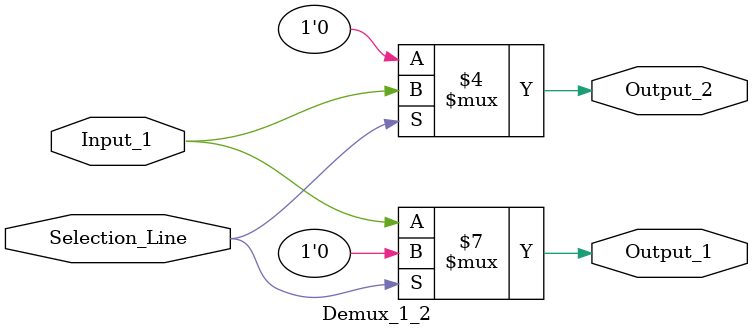
<source format=v>
module Demux_1_2 #(parameter Data_Width ='d1 )(

    input  wire                       Selection_Line,
    input  wire [Data_Width-1:0]     Input_1,//Write response
   
    output reg [Data_Width-1:0]     Output_1,//Write response
    output reg  [Data_Width-1:0]    Output_2 //Write response valid signal

);
    always @(*) begin
        if (!Selection_Line) begin
            Output_1=Input_1;
            Output_2='b0;
        end else begin
            Output_1='b0;
            Output_2=Input_1;
        end

    end
endmodule
</source>
